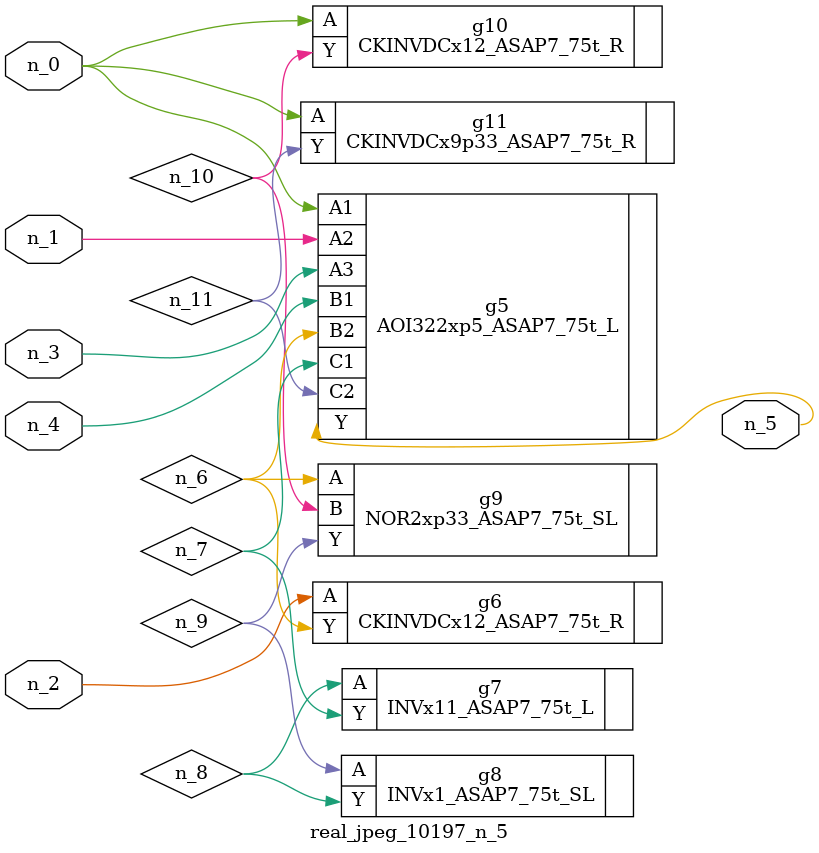
<source format=v>
module real_jpeg_10197_n_5 (n_4, n_0, n_1, n_2, n_3, n_5);

input n_4;
input n_0;
input n_1;
input n_2;
input n_3;

output n_5;

wire n_8;
wire n_11;
wire n_6;
wire n_7;
wire n_10;
wire n_9;

AOI322xp5_ASAP7_75t_L g5 ( 
.A1(n_0),
.A2(n_1),
.A3(n_3),
.B1(n_4),
.B2(n_6),
.C1(n_7),
.C2(n_11),
.Y(n_5)
);

CKINVDCx12_ASAP7_75t_R g10 ( 
.A(n_0),
.Y(n_10)
);

CKINVDCx9p33_ASAP7_75t_R g11 ( 
.A(n_0),
.Y(n_11)
);

CKINVDCx12_ASAP7_75t_R g6 ( 
.A(n_2),
.Y(n_6)
);

NOR2xp33_ASAP7_75t_SL g9 ( 
.A(n_6),
.B(n_10),
.Y(n_9)
);

INVx11_ASAP7_75t_L g7 ( 
.A(n_8),
.Y(n_7)
);

INVx1_ASAP7_75t_SL g8 ( 
.A(n_9),
.Y(n_8)
);


endmodule
</source>
